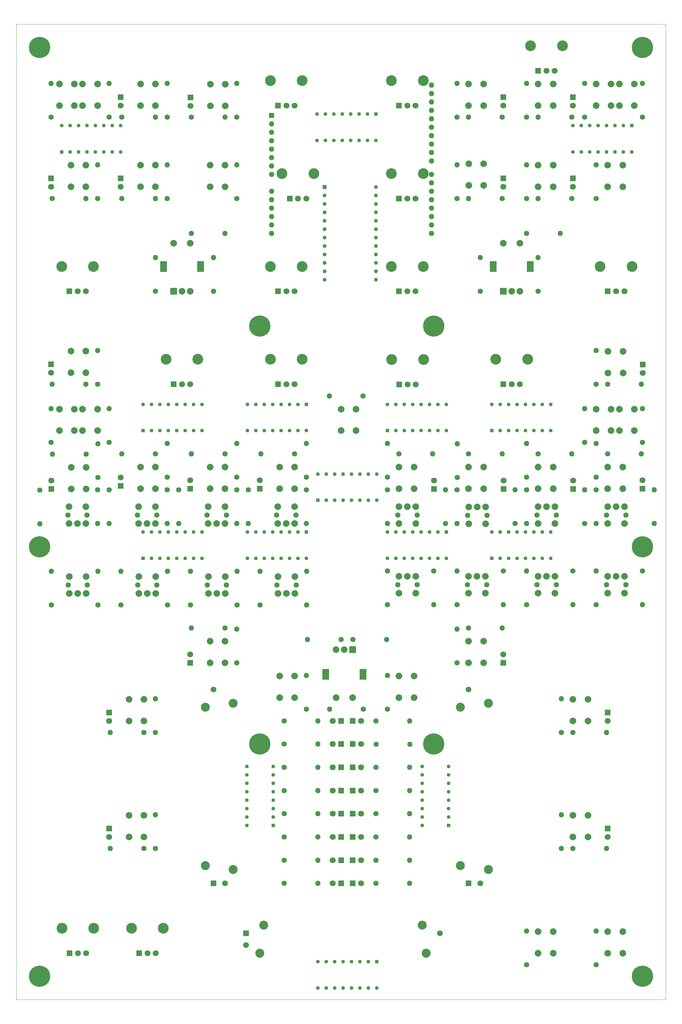
<source format=gbr>
%TF.GenerationSoftware,KiCad,Pcbnew,(5.1.7-0-10_14)*%
%TF.CreationDate,2020-11-07T14:29:28-03:00*%
%TF.ProjectId,MIDI2_out,4d494449-325f-46f7-9574-2e6b69636164,rev?*%
%TF.SameCoordinates,Original*%
%TF.FileFunction,Soldermask,Top*%
%TF.FilePolarity,Negative*%
%FSLAX46Y46*%
G04 Gerber Fmt 4.6, Leading zero omitted, Abs format (unit mm)*
G04 Created by KiCad (PCBNEW (5.1.7-0-10_14)) date 2020-11-07 14:29:28*
%MOMM*%
%LPD*%
G01*
G04 APERTURE LIST*
%TA.AperFunction,Profile*%
%ADD10C,0.050000*%
%TD*%
%ADD11C,3.600000*%
%ADD12C,6.400000*%
%ADD13C,2.000000*%
%ADD14C,1.800000*%
%ADD15R,1.800000X1.800000*%
%ADD16R,1.130000X1.130000*%
%ADD17C,1.130000*%
%ADD18C,1.600000*%
%ADD19O,1.600000X1.600000*%
%ADD20C,3.240000*%
%ADD21C,2.700000*%
%ADD22C,1.750000*%
%ADD23R,1.750000X1.750000*%
%ADD24C,1.150000*%
%ADD25R,1.150000X1.150000*%
%ADD26R,2.000000X2.000000*%
%ADD27R,2.000000X3.200000*%
%ADD28R,1.600000X1.600000*%
G04 APERTURE END LIST*
D10*
X0Y0D02*
X0Y-294000000D01*
X196000000Y0D02*
X0Y0D01*
X196000000Y-294000000D02*
X196000000Y0D01*
X0Y-294000000D02*
X196000000Y-294000000D01*
D11*
%TO.C,H8*%
X73500000Y-217000000D03*
D12*
X73500000Y-217000000D03*
%TD*%
D11*
%TO.C,H6*%
X73500000Y-91000000D03*
D12*
X73500000Y-91000000D03*
%TD*%
D11*
%TO.C,H7*%
X126000000Y-91000000D03*
D12*
X126000000Y-91000000D03*
%TD*%
D11*
%TO.C,H9*%
X126000000Y-217000000D03*
D12*
X126000000Y-217000000D03*
%TD*%
D11*
%TO.C,H4*%
X7000000Y-157500000D03*
D12*
X7000000Y-157500000D03*
%TD*%
%TO.C,H5*%
X189000000Y-157500000D03*
D11*
X189000000Y-157500000D03*
%TD*%
%TO.C,H3*%
X189000000Y-287000000D03*
D12*
X189000000Y-287000000D03*
%TD*%
D11*
%TO.C,H2*%
X7000000Y-287000000D03*
D12*
X7000000Y-287000000D03*
%TD*%
D11*
%TO.C,H1*%
X189000000Y-7000000D03*
D12*
X189000000Y-7000000D03*
%TD*%
%TO.C,H0*%
X7000000Y-7000000D03*
D11*
X7000000Y-7000000D03*
%TD*%
D13*
%TO.C,SW57*%
X141000000Y-192500000D03*
X136500000Y-192500000D03*
X141000000Y-186000000D03*
X136500000Y-186000000D03*
%TD*%
%TO.C,SW56*%
X120000000Y-140000000D03*
X115500000Y-140000000D03*
X120000000Y-133500000D03*
X115500000Y-133500000D03*
%TD*%
%TO.C,SW54*%
X115500000Y-196500000D03*
X120000000Y-196500000D03*
X115500000Y-203000000D03*
X120000000Y-203000000D03*
%TD*%
%TO.C,SW53*%
X58500000Y-42500000D03*
X63000000Y-42500000D03*
X58500000Y-49000000D03*
X63000000Y-49000000D03*
%TD*%
%TO.C,SW52*%
X42000000Y-49000000D03*
X37500000Y-49000000D03*
X42000000Y-42500000D03*
X37500000Y-42500000D03*
%TD*%
%TO.C,SW50*%
X172500000Y-210000000D03*
X168000000Y-210000000D03*
X172500000Y-203500000D03*
X168000000Y-203500000D03*
%TD*%
%TO.C,SW49*%
X98000000Y-116000000D03*
X102500000Y-116000000D03*
X98000000Y-122500000D03*
X102500000Y-122500000D03*
%TD*%
%TO.C,SW47*%
X42000000Y-24500000D03*
X37500000Y-24500000D03*
X42000000Y-18000000D03*
X37500000Y-18000000D03*
%TD*%
%TO.C,SW46*%
X13000000Y-116000000D03*
X17500000Y-116000000D03*
X13000000Y-122500000D03*
X17500000Y-122500000D03*
%TD*%
%TO.C,SW45*%
X21080000Y-140080000D03*
X16580000Y-140080000D03*
X21080000Y-133580000D03*
X16580000Y-133580000D03*
%TD*%
%TO.C,SW44*%
X175000000Y-116000000D03*
X179500000Y-116000000D03*
X175000000Y-122500000D03*
X179500000Y-122500000D03*
%TD*%
%TO.C,SW43*%
X178580000Y-98580000D03*
X183080000Y-98580000D03*
X178580000Y-105080000D03*
X183080000Y-105080000D03*
%TD*%
%TO.C,SW41*%
X183000000Y-280000000D03*
X178500000Y-280000000D03*
X183000000Y-273500000D03*
X178500000Y-273500000D03*
%TD*%
%TO.C,SW40*%
X79500000Y-133500000D03*
X84000000Y-133500000D03*
X79500000Y-140000000D03*
X84000000Y-140000000D03*
%TD*%
%TO.C,SW38*%
X157500000Y-18000000D03*
X162000000Y-18000000D03*
X157500000Y-24500000D03*
X162000000Y-24500000D03*
%TD*%
%TO.C,SW37*%
X157500000Y-42500000D03*
X162000000Y-42500000D03*
X157500000Y-49000000D03*
X162000000Y-49000000D03*
%TD*%
%TO.C,SW36*%
X141080000Y-48580000D03*
X136580000Y-48580000D03*
X141080000Y-42080000D03*
X136580000Y-42080000D03*
%TD*%
%TO.C,SW34*%
X172500000Y-245000000D03*
X168000000Y-245000000D03*
X172500000Y-238500000D03*
X168000000Y-238500000D03*
%TD*%
%TO.C,SW33*%
X79500000Y-196500000D03*
X84000000Y-196500000D03*
X79500000Y-203000000D03*
X84000000Y-203000000D03*
%TD*%
%TO.C,SW31*%
X21000000Y-49000000D03*
X16500000Y-49000000D03*
X21000000Y-42500000D03*
X16500000Y-42500000D03*
%TD*%
%TO.C,SW30*%
X21000000Y-105000000D03*
X16500000Y-105000000D03*
X21000000Y-98500000D03*
X16500000Y-98500000D03*
%TD*%
%TO.C,SW29*%
X136500000Y-133500000D03*
X141000000Y-133500000D03*
X136500000Y-140000000D03*
X141000000Y-140000000D03*
%TD*%
%TO.C,SW27*%
X58500000Y-186000000D03*
X63000000Y-186000000D03*
X58500000Y-192500000D03*
X63000000Y-192500000D03*
%TD*%
%TO.C,SW26*%
X178500000Y-42500000D03*
X183000000Y-42500000D03*
X178500000Y-49000000D03*
X183000000Y-49000000D03*
%TD*%
%TO.C,SW24*%
X63080000Y-24580000D03*
X58580000Y-24580000D03*
X63080000Y-18080000D03*
X58580000Y-18080000D03*
%TD*%
%TO.C,SW23*%
X24500000Y-122500000D03*
X20000000Y-122500000D03*
X24500000Y-116000000D03*
X20000000Y-116000000D03*
%TD*%
%TO.C,SW22*%
X186500000Y-122500000D03*
X182000000Y-122500000D03*
X186500000Y-116000000D03*
X182000000Y-116000000D03*
%TD*%
%TO.C,SW21*%
X136500000Y-18000000D03*
X141000000Y-18000000D03*
X136500000Y-24500000D03*
X141000000Y-24500000D03*
%TD*%
%TO.C,SW19*%
X34000000Y-203500000D03*
X38500000Y-203500000D03*
X34000000Y-210000000D03*
X38500000Y-210000000D03*
%TD*%
%TO.C,SW15*%
X13000000Y-18000000D03*
X17500000Y-18000000D03*
X13000000Y-24500000D03*
X17500000Y-24500000D03*
%TD*%
%TO.C,SW14*%
X63000000Y-140000000D03*
X58500000Y-140000000D03*
X63000000Y-133500000D03*
X58500000Y-133500000D03*
%TD*%
%TO.C,SW12*%
X162000000Y-280000000D03*
X157500000Y-280000000D03*
X162000000Y-273500000D03*
X157500000Y-273500000D03*
%TD*%
%TO.C,SW11*%
X157500000Y-133500000D03*
X162000000Y-133500000D03*
X157500000Y-140000000D03*
X162000000Y-140000000D03*
%TD*%
%TO.C,SW9*%
X186500000Y-24500000D03*
X182000000Y-24500000D03*
X186500000Y-18000000D03*
X182000000Y-18000000D03*
%TD*%
%TO.C,SW7*%
X24500000Y-24500000D03*
X20000000Y-24500000D03*
X24500000Y-18000000D03*
X20000000Y-18000000D03*
%TD*%
%TO.C,SW5*%
X34000000Y-238500000D03*
X38500000Y-238500000D03*
X34000000Y-245000000D03*
X38500000Y-245000000D03*
%TD*%
%TO.C,SW4*%
X42000000Y-140000000D03*
X37500000Y-140000000D03*
X42000000Y-133500000D03*
X37500000Y-133500000D03*
%TD*%
%TO.C,SW2*%
X178500000Y-133500000D03*
X183000000Y-133500000D03*
X178500000Y-140000000D03*
X183000000Y-140000000D03*
%TD*%
%TO.C,SW1*%
X175000000Y-18000000D03*
X179500000Y-18000000D03*
X175000000Y-24500000D03*
X179500000Y-24500000D03*
%TD*%
D14*
%TO.C,D16*%
X10500000Y-49000000D03*
D15*
X10500000Y-46460000D03*
%TD*%
D14*
%TO.C,D15*%
X31500000Y-24500000D03*
D15*
X31500000Y-21960000D03*
%TD*%
D14*
%TO.C,D14*%
X31500000Y-49000000D03*
D15*
X31500000Y-46460000D03*
%TD*%
D14*
%TO.C,D13*%
X52580000Y-24580000D03*
D15*
X52580000Y-22040000D03*
%TD*%
D14*
%TO.C,D12*%
X147000000Y-24500000D03*
D15*
X147000000Y-21960000D03*
%TD*%
D14*
%TO.C,D11*%
X168000000Y-24500000D03*
D15*
X168000000Y-21960000D03*
%TD*%
D14*
%TO.C,D10*%
X168000000Y-49000000D03*
D15*
X168000000Y-46460000D03*
%TD*%
D14*
%TO.C,D9*%
X147000000Y-49000000D03*
D15*
X147000000Y-46460000D03*
%TD*%
D14*
%TO.C,D8*%
X104040000Y-210000000D03*
D15*
X101500000Y-210000000D03*
%TD*%
D14*
%TO.C,D7*%
X104040000Y-217000000D03*
D15*
X101500000Y-217000000D03*
%TD*%
D14*
%TO.C,D6*%
X104040000Y-224000000D03*
D15*
X101500000Y-224000000D03*
%TD*%
D14*
%TO.C,D5*%
X104040000Y-231000000D03*
D15*
X101500000Y-231000000D03*
%TD*%
D14*
%TO.C,D4*%
X104040000Y-238000000D03*
D15*
X101500000Y-238000000D03*
%TD*%
D14*
%TO.C,D3*%
X104040000Y-245000000D03*
D15*
X101500000Y-245000000D03*
%TD*%
D14*
%TO.C,D2*%
X104040000Y-252000000D03*
D15*
X101500000Y-252000000D03*
%TD*%
D14*
%TO.C,D1*%
X104040000Y-259000000D03*
D15*
X101500000Y-259000000D03*
%TD*%
D16*
%TO.C,L5*%
X38220000Y-161000000D03*
D17*
X40760000Y-161000000D03*
X43300000Y-161000000D03*
X45840000Y-161000000D03*
X48380000Y-161000000D03*
X50920000Y-161000000D03*
X53460000Y-161000000D03*
X56000000Y-161000000D03*
X56000000Y-153060000D03*
X53460000Y-153060000D03*
X50920000Y-153060000D03*
X48380000Y-153060000D03*
X45840000Y-153060000D03*
X43300000Y-153060000D03*
X40760000Y-153060000D03*
X38220000Y-153060000D03*
%TD*%
D13*
%TO.C,SW58*%
X81540000Y-171580000D03*
D18*
X84440000Y-169040000D03*
X78640000Y-169040000D03*
D13*
X79000000Y-166500000D03*
X84080000Y-166500000D03*
X79000000Y-171580000D03*
X84080000Y-171580000D03*
%TD*%
%TO.C,SW55*%
X60540000Y-171580000D03*
D18*
X63440000Y-169040000D03*
X57640000Y-169040000D03*
D13*
X58000000Y-166500000D03*
X63080000Y-166500000D03*
X58000000Y-171580000D03*
X63080000Y-171580000D03*
%TD*%
%TO.C,SW51*%
X39540000Y-171580000D03*
D18*
X42440000Y-169040000D03*
X36640000Y-169040000D03*
D13*
X37000000Y-166500000D03*
X42080000Y-166500000D03*
X37000000Y-171580000D03*
X42080000Y-171580000D03*
%TD*%
%TO.C,SW48*%
X18540000Y-171580000D03*
D18*
X21440000Y-169040000D03*
X15640000Y-169040000D03*
D13*
X16000000Y-166500000D03*
X21080000Y-166500000D03*
X16000000Y-171580000D03*
X21080000Y-171580000D03*
%TD*%
%TO.C,SW42*%
X81460000Y-150500000D03*
D18*
X84360000Y-147960000D03*
X78560000Y-147960000D03*
D13*
X78920000Y-145420000D03*
X84000000Y-145420000D03*
X78920000Y-150500000D03*
X84000000Y-150500000D03*
%TD*%
%TO.C,SW39*%
X60460000Y-150500000D03*
D18*
X63360000Y-147960000D03*
X57560000Y-147960000D03*
D13*
X57920000Y-145420000D03*
X63000000Y-145420000D03*
X57920000Y-150500000D03*
X63000000Y-150500000D03*
%TD*%
%TO.C,SW35*%
X18460000Y-150500000D03*
D18*
X21360000Y-147960000D03*
X15560000Y-147960000D03*
D13*
X15920000Y-145420000D03*
X21000000Y-145420000D03*
X15920000Y-150500000D03*
X21000000Y-150500000D03*
%TD*%
%TO.C,SW32*%
X39460000Y-150500000D03*
D18*
X42360000Y-147960000D03*
X36560000Y-147960000D03*
D13*
X36920000Y-145420000D03*
X42000000Y-145420000D03*
X36920000Y-150500000D03*
X42000000Y-150500000D03*
%TD*%
%TO.C,SW28*%
X181040000Y-166420000D03*
D18*
X178140000Y-168960000D03*
X183940000Y-168960000D03*
D13*
X183580000Y-171500000D03*
X178500000Y-171500000D03*
X183580000Y-166420000D03*
X178500000Y-166420000D03*
%TD*%
%TO.C,SW25*%
X160040000Y-166420000D03*
D18*
X157140000Y-168960000D03*
X162940000Y-168960000D03*
D13*
X162580000Y-171500000D03*
X157500000Y-171500000D03*
X162580000Y-166420000D03*
X157500000Y-166420000D03*
%TD*%
%TO.C,SW20*%
X139040000Y-166420000D03*
D18*
X136140000Y-168960000D03*
X141940000Y-168960000D03*
D13*
X141580000Y-171500000D03*
X136500000Y-171500000D03*
X141580000Y-166420000D03*
X136500000Y-166420000D03*
%TD*%
%TO.C,SW17*%
X118040000Y-166420000D03*
D18*
X115140000Y-168960000D03*
X120940000Y-168960000D03*
D13*
X120580000Y-171500000D03*
X115500000Y-171500000D03*
X120580000Y-166420000D03*
X115500000Y-166420000D03*
%TD*%
%TO.C,SW13*%
X181040000Y-145420000D03*
D18*
X178140000Y-147960000D03*
X183940000Y-147960000D03*
D13*
X183580000Y-150500000D03*
X178500000Y-150500000D03*
X183580000Y-145420000D03*
X178500000Y-145420000D03*
%TD*%
%TO.C,SW10*%
X160040000Y-145420000D03*
D18*
X157140000Y-147960000D03*
X162940000Y-147960000D03*
D13*
X162580000Y-150500000D03*
X157500000Y-150500000D03*
X162580000Y-145420000D03*
X157500000Y-145420000D03*
%TD*%
%TO.C,SW6*%
X118040000Y-145420000D03*
D18*
X115140000Y-147960000D03*
X120940000Y-147960000D03*
D13*
X120580000Y-150500000D03*
X115500000Y-150500000D03*
X120580000Y-145420000D03*
X115500000Y-145420000D03*
%TD*%
%TO.C,SW3*%
X139120000Y-145500000D03*
D18*
X136220000Y-148040000D03*
X142020000Y-148040000D03*
D13*
X141660000Y-150580000D03*
X136580000Y-150580000D03*
X141660000Y-145500000D03*
X136580000Y-145500000D03*
%TD*%
D19*
%TO.C,R72*%
X28000000Y-150500000D03*
D18*
X28000000Y-140340000D03*
%TD*%
D19*
%TO.C,R71*%
X192500000Y-140340000D03*
D18*
X192500000Y-150500000D03*
%TD*%
D19*
%TO.C,R70*%
X7080000Y-150580000D03*
D18*
X7080000Y-140420000D03*
%TD*%
D19*
%TO.C,R69*%
X171500000Y-140340000D03*
D18*
X171500000Y-150500000D03*
%TD*%
D19*
%TO.C,R68*%
X49000000Y-150500000D03*
D18*
X49000000Y-140340000D03*
%TD*%
D19*
%TO.C,R67*%
X129500000Y-140340000D03*
D18*
X129500000Y-150500000D03*
%TD*%
D19*
%TO.C,R66*%
X70000000Y-150500000D03*
D18*
X70000000Y-140340000D03*
%TD*%
D19*
%TO.C,R65*%
X150500000Y-140340000D03*
D18*
X150500000Y-150500000D03*
%TD*%
D19*
%TO.C,R64*%
X10580000Y-164920000D03*
D18*
X10580000Y-175080000D03*
%TD*%
D19*
%TO.C,R63*%
X189000000Y-175000000D03*
D18*
X189000000Y-164840000D03*
%TD*%
D19*
%TO.C,R62*%
X31580000Y-164920000D03*
D18*
X31580000Y-175080000D03*
%TD*%
D19*
%TO.C,R61*%
X168000000Y-175000000D03*
D18*
X168000000Y-164840000D03*
%TD*%
D19*
%TO.C,R60*%
X52580000Y-164920000D03*
D18*
X52580000Y-175080000D03*
%TD*%
D19*
%TO.C,R59*%
X147000000Y-175000000D03*
D18*
X147000000Y-164840000D03*
%TD*%
D19*
%TO.C,R58*%
X73580000Y-164920000D03*
D18*
X73580000Y-175080000D03*
%TD*%
D19*
%TO.C,R57*%
X126000000Y-175000000D03*
D18*
X126000000Y-164840000D03*
%TD*%
D19*
%TO.C,R56*%
X87580000Y-164920000D03*
D18*
X87580000Y-175080000D03*
%TD*%
D19*
%TO.C,R55*%
X66580000Y-164920000D03*
D18*
X66580000Y-175080000D03*
%TD*%
D19*
%TO.C,R54*%
X45580000Y-164920000D03*
D18*
X45580000Y-175080000D03*
%TD*%
D19*
%TO.C,R53*%
X24580000Y-164920000D03*
D18*
X24580000Y-175080000D03*
%TD*%
D19*
%TO.C,R52*%
X87500000Y-150500000D03*
D18*
X87500000Y-140340000D03*
%TD*%
D19*
%TO.C,R51*%
X66500000Y-150500000D03*
D18*
X66500000Y-140340000D03*
%TD*%
D19*
%TO.C,R50*%
X24500000Y-150500000D03*
D18*
X24500000Y-140340000D03*
%TD*%
D19*
%TO.C,R49*%
X45500000Y-150500000D03*
D18*
X45500000Y-140340000D03*
%TD*%
D19*
%TO.C,R40*%
X175000000Y-164840000D03*
D18*
X175000000Y-175000000D03*
%TD*%
D19*
%TO.C,R39*%
X154000000Y-164840000D03*
D18*
X154000000Y-175000000D03*
%TD*%
D19*
%TO.C,R38*%
X133000000Y-164840000D03*
D18*
X133000000Y-175000000D03*
%TD*%
D19*
%TO.C,R37*%
X112000000Y-164840000D03*
D18*
X112000000Y-175000000D03*
%TD*%
D19*
%TO.C,R36*%
X175000000Y-150500000D03*
D18*
X175000000Y-140340000D03*
%TD*%
D19*
%TO.C,R35*%
X154000000Y-150500000D03*
D18*
X154000000Y-140340000D03*
%TD*%
D19*
%TO.C,R34*%
X112000000Y-150500000D03*
D18*
X112000000Y-140340000D03*
%TD*%
D19*
%TO.C,R33*%
X133000000Y-150500000D03*
D18*
X133000000Y-140340000D03*
%TD*%
D16*
%TO.C,L4*%
X77550000Y-241500000D03*
D17*
X77550000Y-238960000D03*
X77550000Y-236420000D03*
X77550000Y-233880000D03*
X77550000Y-231340000D03*
X77550000Y-228800000D03*
X77550000Y-226260000D03*
X77550000Y-223720000D03*
X69610000Y-223720000D03*
X69610000Y-226260000D03*
X69610000Y-228800000D03*
X69610000Y-231340000D03*
X69610000Y-233880000D03*
X69610000Y-236420000D03*
X69610000Y-238960000D03*
X69610000Y-241500000D03*
%TD*%
%TO.C,L6*%
X38220000Y-114560000D03*
X40760000Y-114560000D03*
X43300000Y-114560000D03*
X45840000Y-114560000D03*
X48380000Y-114560000D03*
X50920000Y-114560000D03*
X53460000Y-114560000D03*
X56000000Y-114560000D03*
X56000000Y-122500000D03*
X53460000Y-122500000D03*
X50920000Y-122500000D03*
X48380000Y-122500000D03*
X45840000Y-122500000D03*
X43300000Y-122500000D03*
X40760000Y-122500000D03*
D16*
X38220000Y-122500000D03*
%TD*%
D17*
%TO.C,L3*%
X122500000Y-241500000D03*
X122500000Y-238960000D03*
X122500000Y-236420000D03*
X122500000Y-233880000D03*
X122500000Y-231340000D03*
X122500000Y-228800000D03*
X122500000Y-226260000D03*
X122500000Y-223720000D03*
X130440000Y-223720000D03*
X130440000Y-226260000D03*
X130440000Y-228800000D03*
X130440000Y-231340000D03*
X130440000Y-233880000D03*
X130440000Y-236420000D03*
X130440000Y-238960000D03*
D16*
X130440000Y-241500000D03*
%TD*%
D19*
%TO.C,R24*%
X91000000Y-210000000D03*
D18*
X80840000Y-210000000D03*
%TD*%
D19*
%TO.C,R23*%
X91000000Y-217000000D03*
D18*
X80840000Y-217000000D03*
%TD*%
D19*
%TO.C,R22*%
X91000000Y-224000000D03*
D18*
X80840000Y-224000000D03*
%TD*%
D19*
%TO.C,R21*%
X91000000Y-231000000D03*
D18*
X80840000Y-231000000D03*
%TD*%
D19*
%TO.C,R20*%
X91000000Y-238000000D03*
D18*
X80840000Y-238000000D03*
%TD*%
D19*
%TO.C,R19*%
X91000000Y-245000000D03*
D18*
X80840000Y-245000000D03*
%TD*%
D19*
%TO.C,R18*%
X91000000Y-252000000D03*
D18*
X80840000Y-252000000D03*
%TD*%
D19*
%TO.C,R17*%
X91000000Y-259000000D03*
D18*
X80840000Y-259000000D03*
%TD*%
D19*
%TO.C,R16*%
X73840000Y-129500000D03*
D18*
X84000000Y-129500000D03*
%TD*%
D19*
%TO.C,R15*%
X52840000Y-129500000D03*
D18*
X63000000Y-129500000D03*
%TD*%
D19*
%TO.C,R14*%
X31840000Y-129500000D03*
D18*
X42000000Y-129500000D03*
%TD*%
D19*
%TO.C,R13*%
X10920000Y-129580000D03*
D18*
X21080000Y-129580000D03*
%TD*%
D19*
%TO.C,R12*%
X52840000Y-182000000D03*
D18*
X63000000Y-182000000D03*
%TD*%
D19*
%TO.C,R11*%
X28340000Y-213500000D03*
D18*
X38500000Y-213500000D03*
%TD*%
D19*
%TO.C,R10*%
X28340000Y-248500000D03*
D18*
X38500000Y-248500000D03*
%TD*%
D19*
%TO.C,R9*%
X10840000Y-108500000D03*
D18*
X21000000Y-108500000D03*
%TD*%
D19*
%TO.C,R8*%
X118660000Y-210000000D03*
D18*
X108500000Y-210000000D03*
%TD*%
D19*
%TO.C,R7*%
X118740000Y-217080000D03*
D18*
X108580000Y-217080000D03*
%TD*%
D19*
%TO.C,R6*%
X118660000Y-224000000D03*
D18*
X108500000Y-224000000D03*
%TD*%
D19*
%TO.C,R5*%
X118660000Y-231000000D03*
D18*
X108500000Y-231000000D03*
%TD*%
D19*
%TO.C,R4*%
X118660000Y-238000000D03*
D18*
X108500000Y-238000000D03*
%TD*%
D19*
%TO.C,R3*%
X118660000Y-245000000D03*
D18*
X108500000Y-245000000D03*
%TD*%
D19*
%TO.C,R2*%
X118660000Y-252000000D03*
D18*
X108500000Y-252000000D03*
%TD*%
D19*
%TO.C,R1*%
X118660000Y-259000000D03*
D18*
X108500000Y-259000000D03*
%TD*%
D14*
%TO.C,D56*%
X95460000Y-210000000D03*
D15*
X98000000Y-210000000D03*
%TD*%
D14*
%TO.C,D55*%
X95460000Y-217000000D03*
D15*
X98000000Y-217000000D03*
%TD*%
D14*
%TO.C,D54*%
X95460000Y-224000000D03*
D15*
X98000000Y-224000000D03*
%TD*%
D14*
%TO.C,D53*%
X95460000Y-231000000D03*
D15*
X98000000Y-231000000D03*
%TD*%
D14*
%TO.C,D52*%
X95460000Y-238000000D03*
D15*
X98000000Y-238000000D03*
%TD*%
D14*
%TO.C,D51*%
X95460000Y-245000000D03*
D15*
X98000000Y-245000000D03*
%TD*%
D14*
%TO.C,D50*%
X95460000Y-252000000D03*
D15*
X98000000Y-252000000D03*
%TD*%
D14*
%TO.C,D49*%
X95460000Y-259000000D03*
D15*
X98000000Y-259000000D03*
%TD*%
D14*
%TO.C,D48*%
X73500000Y-137460000D03*
D15*
X73500000Y-140000000D03*
%TD*%
D14*
%TO.C,D47*%
X52500000Y-137460000D03*
D15*
X52500000Y-140000000D03*
%TD*%
D14*
%TO.C,D46*%
X31500000Y-136580000D03*
D15*
X31500000Y-139120000D03*
%TD*%
D14*
%TO.C,D45*%
X10580000Y-137540000D03*
D15*
X10580000Y-140080000D03*
%TD*%
D14*
%TO.C,D44*%
X52500000Y-189960000D03*
D15*
X52500000Y-192500000D03*
%TD*%
D14*
%TO.C,D43*%
X28000000Y-210000000D03*
D15*
X28000000Y-207460000D03*
%TD*%
D14*
%TO.C,D42*%
X28000000Y-245000000D03*
D15*
X28000000Y-242460000D03*
%TD*%
D14*
%TO.C,D41*%
X10500000Y-105000000D03*
D15*
X10500000Y-102460000D03*
%TD*%
%TO.C,RV18*%
X37080000Y-280000000D03*
D14*
X39580000Y-280000000D03*
X42080000Y-280000000D03*
D20*
X44380000Y-272500000D03*
X34780000Y-272500000D03*
%TD*%
%TO.C,RV17*%
X13780000Y-272500000D03*
X23380000Y-272500000D03*
D14*
X21080000Y-280000000D03*
X18580000Y-280000000D03*
D15*
X16080000Y-280000000D03*
%TD*%
D19*
%TO.C,R152*%
X45500000Y-17840000D03*
D18*
X45500000Y-28000000D03*
%TD*%
D19*
%TO.C,R151*%
X45500000Y-42340000D03*
D18*
X45500000Y-52500000D03*
%TD*%
D19*
%TO.C,R149*%
X133000000Y-182340000D03*
D18*
X133000000Y-192500000D03*
%TD*%
D19*
%TO.C,R148*%
X112000000Y-196340000D03*
D18*
X112000000Y-206500000D03*
%TD*%
D19*
%TO.C,R146*%
X63000000Y-63000000D03*
D18*
X52840000Y-63000000D03*
%TD*%
D19*
%TO.C,R145*%
X24580000Y-126420000D03*
D18*
X24580000Y-136580000D03*
%TD*%
D19*
%TO.C,R144*%
X133000000Y-42340000D03*
D18*
X133000000Y-52500000D03*
%TD*%
D19*
%TO.C,R143*%
X171500000Y-115840000D03*
D18*
X171500000Y-126000000D03*
%TD*%
D19*
%TO.C,R142*%
X66500000Y-42340000D03*
D18*
X66500000Y-52500000D03*
%TD*%
D19*
%TO.C,R141*%
X10500000Y-115840000D03*
D18*
X10500000Y-126000000D03*
%TD*%
D19*
%TO.C,R140*%
X154000000Y-17840000D03*
D18*
X154000000Y-28000000D03*
%TD*%
D19*
%TO.C,R138*%
X164500000Y-203340000D03*
D18*
X164500000Y-213500000D03*
%TD*%
D19*
%TO.C,R136*%
X154000000Y-42340000D03*
D18*
X154000000Y-52500000D03*
%TD*%
D19*
%TO.C,R135*%
X112000000Y-126340000D03*
D18*
X112000000Y-136500000D03*
%TD*%
D19*
%TO.C,R134*%
X94500000Y-112080000D03*
D18*
X104660000Y-112080000D03*
%TD*%
D19*
%TO.C,R133*%
X175000000Y-98340000D03*
D18*
X175000000Y-108500000D03*
%TD*%
D19*
%TO.C,R131*%
X175000000Y-273340000D03*
D18*
X175000000Y-283500000D03*
%TD*%
D19*
%TO.C,R129*%
X24500000Y-98340000D03*
D18*
X24500000Y-108500000D03*
%TD*%
D19*
%TO.C,R128*%
X87500000Y-126340000D03*
D18*
X87500000Y-136500000D03*
%TD*%
D19*
%TO.C,R127*%
X133080000Y-126420000D03*
D18*
X133080000Y-136580000D03*
%TD*%
D19*
%TO.C,R126*%
X175000000Y-42340000D03*
D18*
X175000000Y-52500000D03*
%TD*%
D19*
%TO.C,R125*%
X24500000Y-42340000D03*
D18*
X24500000Y-52500000D03*
%TD*%
D19*
%TO.C,R124*%
X28000000Y-115840000D03*
D18*
X28000000Y-126000000D03*
%TD*%
D19*
%TO.C,R123*%
X189000000Y-115840000D03*
D18*
X189000000Y-126000000D03*
%TD*%
D19*
%TO.C,R122*%
X133000000Y-17840000D03*
D18*
X133000000Y-28000000D03*
%TD*%
D19*
%TO.C,R121*%
X66500000Y-17840000D03*
D18*
X66500000Y-28000000D03*
%TD*%
D19*
%TO.C,R119*%
X164500000Y-238340000D03*
D18*
X164500000Y-248500000D03*
%TD*%
D19*
%TO.C,R118*%
X87500000Y-196340000D03*
D18*
X87500000Y-206500000D03*
%TD*%
D19*
%TO.C,R116*%
X164160000Y-63000000D03*
D18*
X154000000Y-63000000D03*
%TD*%
D19*
%TO.C,R115*%
X42000000Y-70340000D03*
D18*
X42000000Y-80500000D03*
%TD*%
D19*
%TO.C,R113*%
X66500000Y-182340000D03*
D18*
X66500000Y-192500000D03*
%TD*%
D19*
%TO.C,R111*%
X10500000Y-17840000D03*
D18*
X10500000Y-28000000D03*
%TD*%
D19*
%TO.C,R110*%
X154000000Y-126340000D03*
D18*
X154000000Y-136500000D03*
%TD*%
D19*
%TO.C,R109*%
X189000000Y-17840000D03*
D18*
X189000000Y-28000000D03*
%TD*%
D19*
%TO.C,R108*%
X66500000Y-126340000D03*
D18*
X66500000Y-136500000D03*
%TD*%
D19*
%TO.C,R107*%
X111740000Y-185500000D03*
D18*
X101580000Y-185500000D03*
%TD*%
D19*
%TO.C,R105*%
X42000000Y-203340000D03*
D18*
X42000000Y-213500000D03*
%TD*%
D19*
%TO.C,R103*%
X87840000Y-185500000D03*
D18*
X98000000Y-185500000D03*
%TD*%
D19*
%TO.C,R102*%
X59500000Y-70340000D03*
D18*
X59500000Y-80500000D03*
%TD*%
D19*
%TO.C,R100*%
X154000000Y-273340000D03*
D18*
X154000000Y-283500000D03*
%TD*%
D19*
%TO.C,R98*%
X28000000Y-17840000D03*
D18*
X28000000Y-28000000D03*
%TD*%
D19*
%TO.C,R97*%
X175000000Y-126340000D03*
D18*
X175000000Y-136500000D03*
%TD*%
D19*
%TO.C,R96*%
X171500000Y-17840000D03*
D18*
X171500000Y-28000000D03*
%TD*%
D19*
%TO.C,R95*%
X45500000Y-126340000D03*
D18*
X45500000Y-136500000D03*
%TD*%
D19*
%TO.C,R93*%
X42000000Y-238340000D03*
D18*
X42000000Y-248500000D03*
%TD*%
%TO.C,R91*%
X104740000Y-206500000D03*
D19*
X94580000Y-206500000D03*
%TD*%
%TO.C,R90*%
X140000000Y-70340000D03*
D18*
X140000000Y-80500000D03*
%TD*%
D19*
%TO.C,R89*%
X157500000Y-70340000D03*
D18*
X157500000Y-80500000D03*
%TD*%
D14*
%TO.C,D32*%
X178500000Y-245000000D03*
D15*
X178500000Y-242460000D03*
%TD*%
D14*
%TO.C,D31*%
X178500000Y-210000000D03*
D15*
X178500000Y-207460000D03*
%TD*%
D14*
%TO.C,D30*%
X147000000Y-189960000D03*
D15*
X147000000Y-192500000D03*
%TD*%
D14*
%TO.C,D29*%
X189000000Y-137460000D03*
D15*
X189000000Y-140000000D03*
%TD*%
D14*
%TO.C,D28*%
X168080000Y-137540000D03*
D15*
X168080000Y-140080000D03*
%TD*%
D14*
%TO.C,D27*%
X147080000Y-137540000D03*
D15*
X147080000Y-140080000D03*
%TD*%
D14*
%TO.C,D26*%
X126080000Y-137540000D03*
D15*
X126080000Y-140080000D03*
%TD*%
D14*
%TO.C,D25*%
X189080000Y-105080000D03*
D15*
X189080000Y-102540000D03*
%TD*%
D16*
%TO.C,L1*%
X143500000Y-122500000D03*
D17*
X146040000Y-122500000D03*
X148580000Y-122500000D03*
X151120000Y-122500000D03*
X153660000Y-122500000D03*
X156200000Y-122500000D03*
X158740000Y-122500000D03*
X161280000Y-122500000D03*
X161280000Y-114560000D03*
X158740000Y-114560000D03*
X156200000Y-114560000D03*
X153660000Y-114560000D03*
X151120000Y-114560000D03*
X148580000Y-114560000D03*
X146040000Y-114560000D03*
X143500000Y-114560000D03*
%TD*%
D16*
%TO.C,L2*%
X143500000Y-161000000D03*
D17*
X146040000Y-161000000D03*
X148580000Y-161000000D03*
X151120000Y-161000000D03*
X153660000Y-161000000D03*
X156200000Y-161000000D03*
X158740000Y-161000000D03*
X161280000Y-161000000D03*
X161280000Y-153060000D03*
X158740000Y-153060000D03*
X156200000Y-153060000D03*
X153660000Y-153060000D03*
X151120000Y-153060000D03*
X148580000Y-153060000D03*
X146040000Y-153060000D03*
X143500000Y-153060000D03*
%TD*%
%TO.C,L0*%
X108500000Y-35000000D03*
X105960000Y-35000000D03*
X103420000Y-35000000D03*
X100880000Y-35000000D03*
X98340000Y-35000000D03*
X95800000Y-35000000D03*
X93260000Y-35000000D03*
X90720000Y-35000000D03*
X90720000Y-27060000D03*
X93260000Y-27060000D03*
X95800000Y-27060000D03*
X98340000Y-27060000D03*
X100880000Y-27060000D03*
X103420000Y-27060000D03*
X105960000Y-27060000D03*
D16*
X108500000Y-27060000D03*
%TD*%
D18*
%TO.C,R48*%
X168000000Y-248500000D03*
D19*
X178160000Y-248500000D03*
%TD*%
D18*
%TO.C,R47*%
X168000000Y-213500000D03*
D19*
X178160000Y-213500000D03*
%TD*%
D18*
%TO.C,R46*%
X136500000Y-182000000D03*
D19*
X146660000Y-182000000D03*
%TD*%
D18*
%TO.C,R45*%
X178500000Y-129500000D03*
D19*
X188660000Y-129500000D03*
%TD*%
D18*
%TO.C,R44*%
X157500000Y-129500000D03*
D19*
X167660000Y-129500000D03*
%TD*%
D18*
%TO.C,R43*%
X136500000Y-129500000D03*
D19*
X146660000Y-129500000D03*
%TD*%
D18*
%TO.C,R42*%
X115500000Y-129500000D03*
D19*
X125660000Y-129500000D03*
%TD*%
D18*
%TO.C,R41*%
X178500000Y-108500000D03*
D19*
X188660000Y-108500000D03*
%TD*%
%TO.C,R32*%
X21000000Y-52500000D03*
D18*
X10840000Y-52500000D03*
%TD*%
D19*
%TO.C,R31*%
X42000000Y-28000000D03*
D18*
X31840000Y-28000000D03*
%TD*%
D19*
%TO.C,R30*%
X42000000Y-52500000D03*
D18*
X31840000Y-52500000D03*
%TD*%
D19*
%TO.C,R29*%
X63000000Y-28000000D03*
D18*
X52840000Y-28000000D03*
%TD*%
D19*
%TO.C,R28*%
X136500000Y-28000000D03*
D18*
X146660000Y-28000000D03*
%TD*%
D19*
%TO.C,R27*%
X157500000Y-28000000D03*
D18*
X167660000Y-28000000D03*
%TD*%
D19*
%TO.C,R26*%
X157500000Y-52500000D03*
D18*
X167660000Y-52500000D03*
%TD*%
D19*
%TO.C,R25*%
X136500000Y-52500000D03*
D18*
X146660000Y-52500000D03*
%TD*%
D21*
%TO.C,RV9*%
X65450000Y-204650000D03*
X65450000Y-254850000D03*
X57050000Y-205850000D03*
X57050000Y-253650000D03*
D22*
X59500000Y-200500000D03*
X63000000Y-259000000D03*
D23*
X59500000Y-259000000D03*
%TD*%
D21*
%TO.C,RV8*%
X123700000Y-280000000D03*
X73500000Y-280000000D03*
X122500000Y-271600000D03*
X74700000Y-271600000D03*
D22*
X127850000Y-274050000D03*
X69350000Y-277550000D03*
D23*
X69350000Y-274050000D03*
%TD*%
D21*
%TO.C,RV7*%
X142450000Y-204650000D03*
X142450000Y-254850000D03*
X134050000Y-205850000D03*
X134050000Y-253650000D03*
D22*
X136500000Y-200500000D03*
X140000000Y-259000000D03*
D23*
X136500000Y-259000000D03*
%TD*%
D17*
%TO.C,B7*%
X13720000Y-30560000D03*
X16260000Y-30560000D03*
X18800000Y-30560000D03*
X21340000Y-30560000D03*
X23880000Y-30560000D03*
X26420000Y-30560000D03*
X28960000Y-30560000D03*
X31500000Y-30560000D03*
X31500000Y-38500000D03*
X28960000Y-38500000D03*
X26420000Y-38500000D03*
X23880000Y-38500000D03*
X21340000Y-38500000D03*
X18800000Y-38500000D03*
X16260000Y-38500000D03*
D16*
X13720000Y-38500000D03*
%TD*%
D17*
%TO.C,B6*%
X87500000Y-122500000D03*
X84960000Y-122500000D03*
X82420000Y-122500000D03*
X79880000Y-122500000D03*
X77340000Y-122500000D03*
X74800000Y-122500000D03*
X72260000Y-122500000D03*
X69720000Y-122500000D03*
X69720000Y-114560000D03*
X72260000Y-114560000D03*
X74800000Y-114560000D03*
X77340000Y-114560000D03*
X79880000Y-114560000D03*
X82420000Y-114560000D03*
X84960000Y-114560000D03*
D16*
X87500000Y-114560000D03*
%TD*%
%TO.C,B5*%
X87500000Y-153060000D03*
D17*
X84960000Y-153060000D03*
X82420000Y-153060000D03*
X79880000Y-153060000D03*
X77340000Y-153060000D03*
X74800000Y-153060000D03*
X72260000Y-153060000D03*
X69720000Y-153060000D03*
X69720000Y-161000000D03*
X72260000Y-161000000D03*
X74800000Y-161000000D03*
X77340000Y-161000000D03*
X79880000Y-161000000D03*
X82420000Y-161000000D03*
X84960000Y-161000000D03*
X87500000Y-161000000D03*
%TD*%
%TO.C,B4*%
X108780000Y-290500000D03*
X106240000Y-290500000D03*
X103700000Y-290500000D03*
X101160000Y-290500000D03*
X98620000Y-290500000D03*
X96080000Y-290500000D03*
X93540000Y-290500000D03*
X91000000Y-290500000D03*
X91000000Y-282560000D03*
X93540000Y-282560000D03*
X96080000Y-282560000D03*
X98620000Y-282560000D03*
X101160000Y-282560000D03*
X103700000Y-282560000D03*
X106240000Y-282560000D03*
D16*
X108780000Y-282560000D03*
%TD*%
D17*
%TO.C,B3*%
X91000000Y-135560000D03*
X93540000Y-135560000D03*
X96080000Y-135560000D03*
X98620000Y-135560000D03*
X101160000Y-135560000D03*
X103700000Y-135560000D03*
X106240000Y-135560000D03*
X108780000Y-135560000D03*
X108780000Y-143500000D03*
X106240000Y-143500000D03*
X103700000Y-143500000D03*
X101160000Y-143500000D03*
X98620000Y-143500000D03*
X96080000Y-143500000D03*
X93540000Y-143500000D03*
D16*
X91000000Y-143500000D03*
%TD*%
D17*
%TO.C,B2*%
X129780000Y-161000000D03*
X127240000Y-161000000D03*
X124700000Y-161000000D03*
X122160000Y-161000000D03*
X119620000Y-161000000D03*
X117080000Y-161000000D03*
X114540000Y-161000000D03*
X112000000Y-161000000D03*
X112000000Y-153060000D03*
X114540000Y-153060000D03*
X117080000Y-153060000D03*
X119620000Y-153060000D03*
X122160000Y-153060000D03*
X124700000Y-153060000D03*
X127240000Y-153060000D03*
D16*
X129780000Y-153060000D03*
%TD*%
D17*
%TO.C,B1*%
X112000000Y-114560000D03*
X114540000Y-114560000D03*
X117080000Y-114560000D03*
X119620000Y-114560000D03*
X122160000Y-114560000D03*
X124700000Y-114560000D03*
X127240000Y-114560000D03*
X129780000Y-114560000D03*
X129780000Y-122500000D03*
X127240000Y-122500000D03*
X124700000Y-122500000D03*
X122160000Y-122500000D03*
X119620000Y-122500000D03*
X117080000Y-122500000D03*
X114540000Y-122500000D03*
D16*
X112000000Y-122500000D03*
%TD*%
D17*
%TO.C,B0*%
X185780000Y-38500000D03*
X183240000Y-38500000D03*
X180700000Y-38500000D03*
X178160000Y-38500000D03*
X175620000Y-38500000D03*
X173080000Y-38500000D03*
X170540000Y-38500000D03*
X168000000Y-38500000D03*
X168000000Y-30560000D03*
X170540000Y-30560000D03*
X173080000Y-30560000D03*
X175620000Y-30560000D03*
X178160000Y-30560000D03*
X180700000Y-30560000D03*
X183240000Y-30560000D03*
D16*
X185780000Y-30560000D03*
%TD*%
D24*
%TO.C,M0*%
X108499500Y-49060000D03*
X108499500Y-51600000D03*
X108499500Y-54140000D03*
X108499500Y-56680000D03*
X108499500Y-59220000D03*
X108499500Y-61760000D03*
X108499500Y-64300000D03*
X108499500Y-66840000D03*
X108499500Y-69380000D03*
X108499500Y-71920000D03*
X108499500Y-74460000D03*
X108499500Y-77000000D03*
X93004500Y-77000000D03*
X93004500Y-74460000D03*
X93004500Y-71920000D03*
X93004500Y-69380000D03*
X93004500Y-66840000D03*
X93004500Y-64300000D03*
X93004500Y-61760000D03*
X93004500Y-59220000D03*
X93004500Y-56680000D03*
X93004500Y-54140000D03*
X93004500Y-51600000D03*
D25*
X93004500Y-49060000D03*
%TD*%
D26*
%TO.C,SW18*%
X47500000Y-80500000D03*
D13*
X50000000Y-80500000D03*
X52500000Y-80500000D03*
D27*
X44400000Y-73000000D03*
X55600000Y-73000000D03*
D13*
X47500000Y-66000000D03*
X52500000Y-66000000D03*
%TD*%
%TO.C,SW16*%
X152000000Y-66000000D03*
X147000000Y-66000000D03*
D27*
X155100000Y-73000000D03*
X143900000Y-73000000D03*
D13*
X152000000Y-80500000D03*
X149500000Y-80500000D03*
D26*
X147000000Y-80500000D03*
%TD*%
%TO.C,SW8*%
X101500000Y-188500000D03*
D13*
X99000000Y-188500000D03*
X96500000Y-188500000D03*
D27*
X104600000Y-196000000D03*
X93400000Y-196000000D03*
D13*
X101500000Y-203000000D03*
X96500000Y-203000000D03*
%TD*%
D20*
%TO.C,RV16*%
X76700000Y-17000000D03*
X86300000Y-17000000D03*
D14*
X84000000Y-24500000D03*
X81500000Y-24500000D03*
D15*
X79000000Y-24500000D03*
%TD*%
D20*
%TO.C,RV15*%
X113200000Y-17000000D03*
X122800000Y-17000000D03*
D14*
X120500000Y-24500000D03*
X118000000Y-24500000D03*
D15*
X115500000Y-24500000D03*
%TD*%
D20*
%TO.C,RV14*%
X80200000Y-45000000D03*
X89800000Y-45000000D03*
D14*
X87500000Y-52500000D03*
X85000000Y-52500000D03*
D15*
X82500000Y-52500000D03*
%TD*%
D20*
%TO.C,RV13*%
X113200000Y-45000000D03*
X122800000Y-45000000D03*
D14*
X120500000Y-52500000D03*
X118000000Y-52500000D03*
D15*
X115500000Y-52500000D03*
%TD*%
%TO.C,RV12*%
X16000000Y-80500000D03*
D14*
X18500000Y-80500000D03*
X21000000Y-80500000D03*
D20*
X23300000Y-73000000D03*
X13700000Y-73000000D03*
%TD*%
%TO.C,RV11*%
X113200000Y-73000000D03*
X122800000Y-73000000D03*
D14*
X120500000Y-80500000D03*
X118000000Y-80500000D03*
D15*
X115500000Y-80500000D03*
%TD*%
D20*
%TO.C,RV10*%
X45200000Y-101000000D03*
X54800000Y-101000000D03*
D14*
X52500000Y-108500000D03*
X50000000Y-108500000D03*
D15*
X47500000Y-108500000D03*
%TD*%
D20*
%TO.C,RV6*%
X76700000Y-73000000D03*
X86300000Y-73000000D03*
D14*
X84000000Y-80500000D03*
X81500000Y-80500000D03*
D15*
X79000000Y-80500000D03*
%TD*%
D20*
%TO.C,RV5*%
X176200000Y-73000000D03*
X185800000Y-73000000D03*
D14*
X183500000Y-80500000D03*
X181000000Y-80500000D03*
D15*
X178500000Y-80500000D03*
%TD*%
D20*
%TO.C,RV4*%
X76700000Y-101000000D03*
X86300000Y-101000000D03*
D14*
X84000000Y-108500000D03*
X81500000Y-108500000D03*
D15*
X79000000Y-108500000D03*
%TD*%
%TO.C,RV3*%
X147000000Y-108500000D03*
D14*
X149500000Y-108500000D03*
X152000000Y-108500000D03*
D20*
X154300000Y-101000000D03*
X144700000Y-101000000D03*
%TD*%
D15*
%TO.C,RV2*%
X157500000Y-14000000D03*
D14*
X160000000Y-14000000D03*
X162500000Y-14000000D03*
D20*
X164800000Y-6500000D03*
X155200000Y-6500000D03*
%TD*%
%TO.C,RV1*%
X113280000Y-101080000D03*
X122880000Y-101080000D03*
D14*
X120580000Y-108580000D03*
X118080000Y-108580000D03*
D15*
X115580000Y-108580000D03*
%TD*%
D19*
%TO.C,A1*%
X125260000Y-18300000D03*
X125260000Y-20840000D03*
D28*
X77000000Y-27440000D03*
D19*
X125260000Y-57920000D03*
X77000000Y-29980000D03*
X125260000Y-55380000D03*
X77000000Y-32520000D03*
X125260000Y-52840000D03*
X77000000Y-35060000D03*
X125260000Y-50300000D03*
X77000000Y-37600000D03*
X125260000Y-47760000D03*
X77000000Y-40140000D03*
X125260000Y-45220000D03*
X77000000Y-42680000D03*
X125260000Y-41160000D03*
X77000000Y-45220000D03*
X125260000Y-38620000D03*
X77000000Y-50300000D03*
X125260000Y-36080000D03*
X77000000Y-52840000D03*
X125260000Y-33540000D03*
X77000000Y-55380000D03*
X125260000Y-31000000D03*
X77000000Y-57920000D03*
X125260000Y-28460000D03*
X77000000Y-60460000D03*
X125260000Y-25920000D03*
X77000000Y-63000000D03*
X125260000Y-23380000D03*
X125260000Y-63000000D03*
X125260000Y-60460000D03*
%TD*%
M02*

</source>
